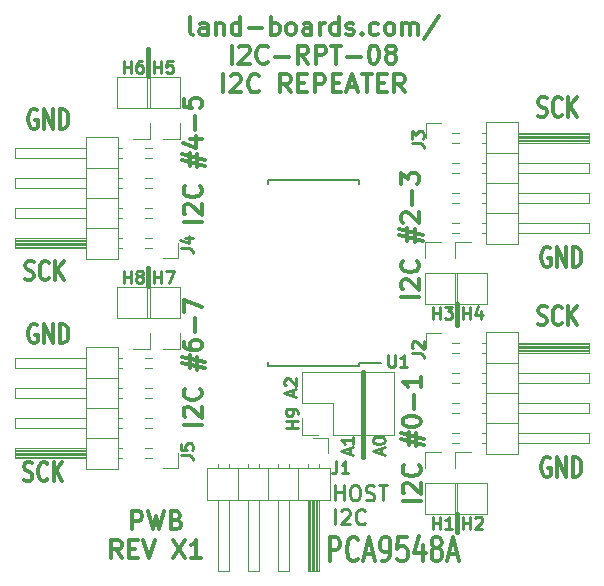
<source format=gbr>
G04 #@! TF.FileFunction,Legend,Top*
%FSLAX46Y46*%
G04 Gerber Fmt 4.6, Leading zero omitted, Abs format (unit mm)*
G04 Created by KiCad (PCBNEW (after 2015-mar-04 BZR unknown)-product) date 1/17/2017 1:07:12 PM*
%MOMM*%
G01*
G04 APERTURE LIST*
%ADD10C,0.150000*%
%ADD11C,0.381000*%
%ADD12C,0.254000*%
%ADD13C,0.304800*%
%ADD14C,0.120000*%
G04 APERTURE END LIST*
D10*
D11*
X192532000Y-106172000D02*
X192532000Y-107950000D01*
X192532000Y-123952000D02*
X192532000Y-125476000D01*
X166370000Y-104648000D02*
X166370000Y-103124000D01*
X166370000Y-86868000D02*
X166370000Y-84582000D01*
X184505600Y-111887000D02*
X184505600Y-119126000D01*
D12*
X183430333Y-118835714D02*
X183430333Y-118351905D01*
X183720619Y-118932476D02*
X182704619Y-118593809D01*
X183720619Y-118255143D01*
X183720619Y-117384286D02*
X183720619Y-117964857D01*
X183720619Y-117674571D02*
X182704619Y-117674571D01*
X182849762Y-117771333D01*
X182946524Y-117868095D01*
X182994905Y-117964857D01*
X178604333Y-113882714D02*
X178604333Y-113398905D01*
X178894619Y-113979476D02*
X177878619Y-113640809D01*
X178894619Y-113302143D01*
X177975381Y-113011857D02*
X177927000Y-112963476D01*
X177878619Y-112866714D01*
X177878619Y-112624810D01*
X177927000Y-112528048D01*
X177975381Y-112479667D01*
X178072143Y-112431286D01*
X178168905Y-112431286D01*
X178314048Y-112479667D01*
X178894619Y-113060238D01*
X178894619Y-112431286D01*
X186097333Y-118835714D02*
X186097333Y-118351905D01*
X186387619Y-118932476D02*
X185371619Y-118593809D01*
X186387619Y-118255143D01*
X185371619Y-117722952D02*
X185371619Y-117626191D01*
X185420000Y-117529429D01*
X185468381Y-117481048D01*
X185565143Y-117432667D01*
X185758667Y-117384286D01*
X186000571Y-117384286D01*
X186194095Y-117432667D01*
X186290857Y-117481048D01*
X186339238Y-117529429D01*
X186387619Y-117626191D01*
X186387619Y-117722952D01*
X186339238Y-117819714D01*
X186290857Y-117868095D01*
X186194095Y-117916476D01*
X186000571Y-117964857D01*
X185758667Y-117964857D01*
X185565143Y-117916476D01*
X185468381Y-117868095D01*
X185420000Y-117819714D01*
X185371619Y-117722952D01*
D13*
X155816905Y-121064262D02*
X155998333Y-121142881D01*
X156300714Y-121142881D01*
X156421667Y-121064262D01*
X156482143Y-120985643D01*
X156542619Y-120828405D01*
X156542619Y-120671167D01*
X156482143Y-120513929D01*
X156421667Y-120435310D01*
X156300714Y-120356690D01*
X156058810Y-120278071D01*
X155937857Y-120199452D01*
X155877381Y-120120833D01*
X155816905Y-119963595D01*
X155816905Y-119806357D01*
X155877381Y-119649119D01*
X155937857Y-119570500D01*
X156058810Y-119491881D01*
X156361190Y-119491881D01*
X156542619Y-119570500D01*
X157812619Y-120985643D02*
X157752143Y-121064262D01*
X157570714Y-121142881D01*
X157449762Y-121142881D01*
X157268334Y-121064262D01*
X157147381Y-120907024D01*
X157086905Y-120749786D01*
X157026429Y-120435310D01*
X157026429Y-120199452D01*
X157086905Y-119884976D01*
X157147381Y-119727738D01*
X157268334Y-119570500D01*
X157449762Y-119491881D01*
X157570714Y-119491881D01*
X157752143Y-119570500D01*
X157812619Y-119649119D01*
X158356905Y-121142881D02*
X158356905Y-119491881D01*
X159082619Y-121142881D02*
X158538334Y-120199452D01*
X159082619Y-119491881D02*
X158356905Y-120435310D01*
X155943905Y-104046262D02*
X156125333Y-104124881D01*
X156427714Y-104124881D01*
X156548667Y-104046262D01*
X156609143Y-103967643D01*
X156669619Y-103810405D01*
X156669619Y-103653167D01*
X156609143Y-103495929D01*
X156548667Y-103417310D01*
X156427714Y-103338690D01*
X156185810Y-103260071D01*
X156064857Y-103181452D01*
X156004381Y-103102833D01*
X155943905Y-102945595D01*
X155943905Y-102788357D01*
X156004381Y-102631119D01*
X156064857Y-102552500D01*
X156185810Y-102473881D01*
X156488190Y-102473881D01*
X156669619Y-102552500D01*
X157939619Y-103967643D02*
X157879143Y-104046262D01*
X157697714Y-104124881D01*
X157576762Y-104124881D01*
X157395334Y-104046262D01*
X157274381Y-103889024D01*
X157213905Y-103731786D01*
X157153429Y-103417310D01*
X157153429Y-103181452D01*
X157213905Y-102866976D01*
X157274381Y-102709738D01*
X157395334Y-102552500D01*
X157576762Y-102473881D01*
X157697714Y-102473881D01*
X157879143Y-102552500D01*
X157939619Y-102631119D01*
X158483905Y-104124881D02*
X158483905Y-102473881D01*
X159209619Y-104124881D02*
X158665334Y-103181452D01*
X159209619Y-102473881D02*
X158483905Y-103417310D01*
X199377905Y-90203262D02*
X199559333Y-90281881D01*
X199861714Y-90281881D01*
X199982667Y-90203262D01*
X200043143Y-90124643D01*
X200103619Y-89967405D01*
X200103619Y-89810167D01*
X200043143Y-89652929D01*
X199982667Y-89574310D01*
X199861714Y-89495690D01*
X199619810Y-89417071D01*
X199498857Y-89338452D01*
X199438381Y-89259833D01*
X199377905Y-89102595D01*
X199377905Y-88945357D01*
X199438381Y-88788119D01*
X199498857Y-88709500D01*
X199619810Y-88630881D01*
X199922190Y-88630881D01*
X200103619Y-88709500D01*
X201373619Y-90124643D02*
X201313143Y-90203262D01*
X201131714Y-90281881D01*
X201010762Y-90281881D01*
X200829334Y-90203262D01*
X200708381Y-90046024D01*
X200647905Y-89888786D01*
X200587429Y-89574310D01*
X200587429Y-89338452D01*
X200647905Y-89023976D01*
X200708381Y-88866738D01*
X200829334Y-88709500D01*
X201010762Y-88630881D01*
X201131714Y-88630881D01*
X201313143Y-88709500D01*
X201373619Y-88788119D01*
X201917905Y-90281881D02*
X201917905Y-88630881D01*
X202643619Y-90281881D02*
X202099334Y-89338452D01*
X202643619Y-88630881D02*
X201917905Y-89574310D01*
X199377905Y-107856262D02*
X199559333Y-107934881D01*
X199861714Y-107934881D01*
X199982667Y-107856262D01*
X200043143Y-107777643D01*
X200103619Y-107620405D01*
X200103619Y-107463167D01*
X200043143Y-107305929D01*
X199982667Y-107227310D01*
X199861714Y-107148690D01*
X199619810Y-107070071D01*
X199498857Y-106991452D01*
X199438381Y-106912833D01*
X199377905Y-106755595D01*
X199377905Y-106598357D01*
X199438381Y-106441119D01*
X199498857Y-106362500D01*
X199619810Y-106283881D01*
X199922190Y-106283881D01*
X200103619Y-106362500D01*
X201373619Y-107777643D02*
X201313143Y-107856262D01*
X201131714Y-107934881D01*
X201010762Y-107934881D01*
X200829334Y-107856262D01*
X200708381Y-107699024D01*
X200647905Y-107541786D01*
X200587429Y-107227310D01*
X200587429Y-106991452D01*
X200647905Y-106676976D01*
X200708381Y-106519738D01*
X200829334Y-106362500D01*
X201010762Y-106283881D01*
X201131714Y-106283881D01*
X201313143Y-106362500D01*
X201373619Y-106441119D01*
X201917905Y-107934881D02*
X201917905Y-106283881D01*
X202643619Y-107934881D02*
X202099334Y-106991452D01*
X202643619Y-106283881D02*
X201917905Y-107227310D01*
X200357619Y-101409500D02*
X200236667Y-101330881D01*
X200055238Y-101330881D01*
X199873810Y-101409500D01*
X199752857Y-101566738D01*
X199692381Y-101723976D01*
X199631905Y-102038452D01*
X199631905Y-102274310D01*
X199692381Y-102588786D01*
X199752857Y-102746024D01*
X199873810Y-102903262D01*
X200055238Y-102981881D01*
X200176190Y-102981881D01*
X200357619Y-102903262D01*
X200418095Y-102824643D01*
X200418095Y-102274310D01*
X200176190Y-102274310D01*
X200962381Y-102981881D02*
X200962381Y-101330881D01*
X201688095Y-102981881D01*
X201688095Y-101330881D01*
X202292857Y-102981881D02*
X202292857Y-101330881D01*
X202595238Y-101330881D01*
X202776666Y-101409500D01*
X202897619Y-101566738D01*
X202958095Y-101723976D01*
X203018571Y-102038452D01*
X203018571Y-102274310D01*
X202958095Y-102588786D01*
X202897619Y-102746024D01*
X202776666Y-102903262D01*
X202595238Y-102981881D01*
X202292857Y-102981881D01*
X200357619Y-119189500D02*
X200236667Y-119110881D01*
X200055238Y-119110881D01*
X199873810Y-119189500D01*
X199752857Y-119346738D01*
X199692381Y-119503976D01*
X199631905Y-119818452D01*
X199631905Y-120054310D01*
X199692381Y-120368786D01*
X199752857Y-120526024D01*
X199873810Y-120683262D01*
X200055238Y-120761881D01*
X200176190Y-120761881D01*
X200357619Y-120683262D01*
X200418095Y-120604643D01*
X200418095Y-120054310D01*
X200176190Y-120054310D01*
X200962381Y-120761881D02*
X200962381Y-119110881D01*
X201688095Y-120761881D01*
X201688095Y-119110881D01*
X202292857Y-120761881D02*
X202292857Y-119110881D01*
X202595238Y-119110881D01*
X202776666Y-119189500D01*
X202897619Y-119346738D01*
X202958095Y-119503976D01*
X203018571Y-119818452D01*
X203018571Y-120054310D01*
X202958095Y-120368786D01*
X202897619Y-120526024D01*
X202776666Y-120683262D01*
X202595238Y-120761881D01*
X202292857Y-120761881D01*
X156923619Y-107886500D02*
X156802667Y-107807881D01*
X156621238Y-107807881D01*
X156439810Y-107886500D01*
X156318857Y-108043738D01*
X156258381Y-108200976D01*
X156197905Y-108515452D01*
X156197905Y-108751310D01*
X156258381Y-109065786D01*
X156318857Y-109223024D01*
X156439810Y-109380262D01*
X156621238Y-109458881D01*
X156742190Y-109458881D01*
X156923619Y-109380262D01*
X156984095Y-109301643D01*
X156984095Y-108751310D01*
X156742190Y-108751310D01*
X157528381Y-109458881D02*
X157528381Y-107807881D01*
X158254095Y-109458881D01*
X158254095Y-107807881D01*
X158858857Y-109458881D02*
X158858857Y-107807881D01*
X159161238Y-107807881D01*
X159342666Y-107886500D01*
X159463619Y-108043738D01*
X159524095Y-108200976D01*
X159584571Y-108515452D01*
X159584571Y-108751310D01*
X159524095Y-109065786D01*
X159463619Y-109223024D01*
X159342666Y-109380262D01*
X159161238Y-109458881D01*
X158858857Y-109458881D01*
X156923619Y-89725500D02*
X156802667Y-89646881D01*
X156621238Y-89646881D01*
X156439810Y-89725500D01*
X156318857Y-89882738D01*
X156258381Y-90039976D01*
X156197905Y-90354452D01*
X156197905Y-90590310D01*
X156258381Y-90904786D01*
X156318857Y-91062024D01*
X156439810Y-91219262D01*
X156621238Y-91297881D01*
X156742190Y-91297881D01*
X156923619Y-91219262D01*
X156984095Y-91140643D01*
X156984095Y-90590310D01*
X156742190Y-90590310D01*
X157528381Y-91297881D02*
X157528381Y-89646881D01*
X158254095Y-91297881D01*
X158254095Y-89646881D01*
X158858857Y-91297881D02*
X158858857Y-89646881D01*
X159161238Y-89646881D01*
X159342666Y-89725500D01*
X159463619Y-89882738D01*
X159524095Y-90039976D01*
X159584571Y-90354452D01*
X159584571Y-90590310D01*
X159524095Y-90904786D01*
X159463619Y-91062024D01*
X159342666Y-91219262D01*
X159161238Y-91297881D01*
X158858857Y-91297881D01*
X181700713Y-127919238D02*
X181700713Y-125887238D01*
X182281285Y-125887238D01*
X182426427Y-125984000D01*
X182498999Y-126080762D01*
X182571570Y-126274286D01*
X182571570Y-126564571D01*
X182498999Y-126758095D01*
X182426427Y-126854857D01*
X182281285Y-126951619D01*
X181700713Y-126951619D01*
X184095570Y-127725714D02*
X184022999Y-127822476D01*
X183805285Y-127919238D01*
X183660142Y-127919238D01*
X183442427Y-127822476D01*
X183297285Y-127628952D01*
X183224713Y-127435429D01*
X183152142Y-127048381D01*
X183152142Y-126758095D01*
X183224713Y-126371048D01*
X183297285Y-126177524D01*
X183442427Y-125984000D01*
X183660142Y-125887238D01*
X183805285Y-125887238D01*
X184022999Y-125984000D01*
X184095570Y-126080762D01*
X184676142Y-127338667D02*
X185401856Y-127338667D01*
X184530999Y-127919238D02*
X185038999Y-125887238D01*
X185546999Y-127919238D01*
X186127571Y-127919238D02*
X186417856Y-127919238D01*
X186562999Y-127822476D01*
X186635571Y-127725714D01*
X186780713Y-127435429D01*
X186853285Y-127048381D01*
X186853285Y-126274286D01*
X186780713Y-126080762D01*
X186708142Y-125984000D01*
X186562999Y-125887238D01*
X186272713Y-125887238D01*
X186127571Y-125984000D01*
X186054999Y-126080762D01*
X185982428Y-126274286D01*
X185982428Y-126758095D01*
X186054999Y-126951619D01*
X186127571Y-127048381D01*
X186272713Y-127145143D01*
X186562999Y-127145143D01*
X186708142Y-127048381D01*
X186780713Y-126951619D01*
X186853285Y-126758095D01*
X188232142Y-125887238D02*
X187506428Y-125887238D01*
X187433857Y-126854857D01*
X187506428Y-126758095D01*
X187651571Y-126661333D01*
X188014428Y-126661333D01*
X188159571Y-126758095D01*
X188232142Y-126854857D01*
X188304714Y-127048381D01*
X188304714Y-127532190D01*
X188232142Y-127725714D01*
X188159571Y-127822476D01*
X188014428Y-127919238D01*
X187651571Y-127919238D01*
X187506428Y-127822476D01*
X187433857Y-127725714D01*
X189611000Y-126564571D02*
X189611000Y-127919238D01*
X189248143Y-125790476D02*
X188885286Y-127241905D01*
X189828714Y-127241905D01*
X190627000Y-126758095D02*
X190481858Y-126661333D01*
X190409286Y-126564571D01*
X190336715Y-126371048D01*
X190336715Y-126274286D01*
X190409286Y-126080762D01*
X190481858Y-125984000D01*
X190627000Y-125887238D01*
X190917286Y-125887238D01*
X191062429Y-125984000D01*
X191135000Y-126080762D01*
X191207572Y-126274286D01*
X191207572Y-126371048D01*
X191135000Y-126564571D01*
X191062429Y-126661333D01*
X190917286Y-126758095D01*
X190627000Y-126758095D01*
X190481858Y-126854857D01*
X190409286Y-126951619D01*
X190336715Y-127145143D01*
X190336715Y-127532190D01*
X190409286Y-127725714D01*
X190481858Y-127822476D01*
X190627000Y-127919238D01*
X190917286Y-127919238D01*
X191062429Y-127822476D01*
X191135000Y-127725714D01*
X191207572Y-127532190D01*
X191207572Y-127145143D01*
X191135000Y-126951619D01*
X191062429Y-126854857D01*
X190917286Y-126758095D01*
X191788144Y-127338667D02*
X192513858Y-127338667D01*
X191643001Y-127919238D02*
X192151001Y-125887238D01*
X192659001Y-127919238D01*
X189411429Y-122827143D02*
X187887429Y-122827143D01*
X188032571Y-122174000D02*
X187960000Y-122101429D01*
X187887429Y-121956286D01*
X187887429Y-121593429D01*
X187960000Y-121448286D01*
X188032571Y-121375715D01*
X188177714Y-121303143D01*
X188322857Y-121303143D01*
X188540571Y-121375715D01*
X189411429Y-122246572D01*
X189411429Y-121303143D01*
X189266286Y-119779143D02*
X189338857Y-119851714D01*
X189411429Y-120069428D01*
X189411429Y-120214571D01*
X189338857Y-120432286D01*
X189193714Y-120577428D01*
X189048571Y-120650000D01*
X188758286Y-120722571D01*
X188540571Y-120722571D01*
X188250286Y-120650000D01*
X188105143Y-120577428D01*
X187960000Y-120432286D01*
X187887429Y-120214571D01*
X187887429Y-120069428D01*
X187960000Y-119851714D01*
X188032571Y-119779143D01*
X188395429Y-118037428D02*
X188395429Y-116948857D01*
X187742286Y-117602000D02*
X189701714Y-118037428D01*
X189048571Y-117094000D02*
X189048571Y-118182571D01*
X189701714Y-117529428D02*
X187742286Y-117094000D01*
X187887429Y-116150571D02*
X187887429Y-116005428D01*
X187960000Y-115860285D01*
X188032571Y-115787714D01*
X188177714Y-115715143D01*
X188468000Y-115642571D01*
X188830857Y-115642571D01*
X189121143Y-115715143D01*
X189266286Y-115787714D01*
X189338857Y-115860285D01*
X189411429Y-116005428D01*
X189411429Y-116150571D01*
X189338857Y-116295714D01*
X189266286Y-116368285D01*
X189121143Y-116440857D01*
X188830857Y-116513428D01*
X188468000Y-116513428D01*
X188177714Y-116440857D01*
X188032571Y-116368285D01*
X187960000Y-116295714D01*
X187887429Y-116150571D01*
X188830857Y-114989428D02*
X188830857Y-113828285D01*
X189411429Y-112304285D02*
X189411429Y-113175142D01*
X189411429Y-112739714D02*
X187887429Y-112739714D01*
X188105143Y-112884857D01*
X188250286Y-113029999D01*
X188322857Y-113175142D01*
X189284429Y-105555143D02*
X187760429Y-105555143D01*
X187905571Y-104902000D02*
X187833000Y-104829429D01*
X187760429Y-104684286D01*
X187760429Y-104321429D01*
X187833000Y-104176286D01*
X187905571Y-104103715D01*
X188050714Y-104031143D01*
X188195857Y-104031143D01*
X188413571Y-104103715D01*
X189284429Y-104974572D01*
X189284429Y-104031143D01*
X189139286Y-102507143D02*
X189211857Y-102579714D01*
X189284429Y-102797428D01*
X189284429Y-102942571D01*
X189211857Y-103160286D01*
X189066714Y-103305428D01*
X188921571Y-103378000D01*
X188631286Y-103450571D01*
X188413571Y-103450571D01*
X188123286Y-103378000D01*
X187978143Y-103305428D01*
X187833000Y-103160286D01*
X187760429Y-102942571D01*
X187760429Y-102797428D01*
X187833000Y-102579714D01*
X187905571Y-102507143D01*
X188268429Y-100765428D02*
X188268429Y-99676857D01*
X187615286Y-100330000D02*
X189574714Y-100765428D01*
X188921571Y-99822000D02*
X188921571Y-100910571D01*
X189574714Y-100257428D02*
X187615286Y-99822000D01*
X187905571Y-99241428D02*
X187833000Y-99168857D01*
X187760429Y-99023714D01*
X187760429Y-98660857D01*
X187833000Y-98515714D01*
X187905571Y-98443143D01*
X188050714Y-98370571D01*
X188195857Y-98370571D01*
X188413571Y-98443143D01*
X189284429Y-99314000D01*
X189284429Y-98370571D01*
X188703857Y-97717428D02*
X188703857Y-96556285D01*
X187760429Y-95975714D02*
X187760429Y-95032285D01*
X188341000Y-95540285D01*
X188341000Y-95322571D01*
X188413571Y-95177428D01*
X188486143Y-95104857D01*
X188631286Y-95032285D01*
X188994143Y-95032285D01*
X189139286Y-95104857D01*
X189211857Y-95177428D01*
X189284429Y-95322571D01*
X189284429Y-95757999D01*
X189211857Y-95903142D01*
X189139286Y-95975714D01*
X170869429Y-99205143D02*
X169345429Y-99205143D01*
X169490571Y-98552000D02*
X169418000Y-98479429D01*
X169345429Y-98334286D01*
X169345429Y-97971429D01*
X169418000Y-97826286D01*
X169490571Y-97753715D01*
X169635714Y-97681143D01*
X169780857Y-97681143D01*
X169998571Y-97753715D01*
X170869429Y-98624572D01*
X170869429Y-97681143D01*
X170724286Y-96157143D02*
X170796857Y-96229714D01*
X170869429Y-96447428D01*
X170869429Y-96592571D01*
X170796857Y-96810286D01*
X170651714Y-96955428D01*
X170506571Y-97028000D01*
X170216286Y-97100571D01*
X169998571Y-97100571D01*
X169708286Y-97028000D01*
X169563143Y-96955428D01*
X169418000Y-96810286D01*
X169345429Y-96592571D01*
X169345429Y-96447428D01*
X169418000Y-96229714D01*
X169490571Y-96157143D01*
X169853429Y-94415428D02*
X169853429Y-93326857D01*
X169200286Y-93980000D02*
X171159714Y-94415428D01*
X170506571Y-93472000D02*
X170506571Y-94560571D01*
X171159714Y-93907428D02*
X169200286Y-93472000D01*
X169853429Y-92165714D02*
X170869429Y-92165714D01*
X169272857Y-92528571D02*
X170361429Y-92891428D01*
X170361429Y-91948000D01*
X170288857Y-91367428D02*
X170288857Y-90206285D01*
X169345429Y-88754857D02*
X169345429Y-89480571D01*
X170071143Y-89553142D01*
X169998571Y-89480571D01*
X169926000Y-89335428D01*
X169926000Y-88972571D01*
X169998571Y-88827428D01*
X170071143Y-88754857D01*
X170216286Y-88682285D01*
X170579143Y-88682285D01*
X170724286Y-88754857D01*
X170796857Y-88827428D01*
X170869429Y-88972571D01*
X170869429Y-89335428D01*
X170796857Y-89480571D01*
X170724286Y-89553142D01*
D12*
X182166381Y-122748524D02*
X182166381Y-121478524D01*
X182166381Y-122083286D02*
X182892095Y-122083286D01*
X182892095Y-122748524D02*
X182892095Y-121478524D01*
X183738762Y-121478524D02*
X183980666Y-121478524D01*
X184101619Y-121539000D01*
X184222571Y-121659952D01*
X184283047Y-121901857D01*
X184283047Y-122325190D01*
X184222571Y-122567095D01*
X184101619Y-122688048D01*
X183980666Y-122748524D01*
X183738762Y-122748524D01*
X183617809Y-122688048D01*
X183496857Y-122567095D01*
X183436381Y-122325190D01*
X183436381Y-121901857D01*
X183496857Y-121659952D01*
X183617809Y-121539000D01*
X183738762Y-121478524D01*
X184766857Y-122688048D02*
X184948285Y-122748524D01*
X185250666Y-122748524D01*
X185371619Y-122688048D01*
X185432095Y-122627571D01*
X185492571Y-122506619D01*
X185492571Y-122385667D01*
X185432095Y-122264714D01*
X185371619Y-122204238D01*
X185250666Y-122143762D01*
X185008762Y-122083286D01*
X184887809Y-122022810D01*
X184827333Y-121962333D01*
X184766857Y-121841381D01*
X184766857Y-121720429D01*
X184827333Y-121599476D01*
X184887809Y-121539000D01*
X185008762Y-121478524D01*
X185311142Y-121478524D01*
X185492571Y-121539000D01*
X185855428Y-121478524D02*
X186581143Y-121478524D01*
X186218286Y-122748524D02*
X186218286Y-121478524D01*
X182166381Y-124780524D02*
X182166381Y-123510524D01*
X182710667Y-123631476D02*
X182771143Y-123571000D01*
X182892095Y-123510524D01*
X183194476Y-123510524D01*
X183315429Y-123571000D01*
X183375905Y-123631476D01*
X183436381Y-123752429D01*
X183436381Y-123873381D01*
X183375905Y-124054810D01*
X182650191Y-124780524D01*
X183436381Y-124780524D01*
X184706381Y-124659571D02*
X184645905Y-124720048D01*
X184464476Y-124780524D01*
X184343524Y-124780524D01*
X184162096Y-124720048D01*
X184041143Y-124599095D01*
X183980667Y-124478143D01*
X183920191Y-124236238D01*
X183920191Y-124054810D01*
X183980667Y-123812905D01*
X184041143Y-123691952D01*
X184162096Y-123571000D01*
X184343524Y-123510524D01*
X184464476Y-123510524D01*
X184645905Y-123571000D01*
X184706381Y-123631476D01*
D13*
X170869429Y-116350143D02*
X169345429Y-116350143D01*
X169490571Y-115697000D02*
X169418000Y-115624429D01*
X169345429Y-115479286D01*
X169345429Y-115116429D01*
X169418000Y-114971286D01*
X169490571Y-114898715D01*
X169635714Y-114826143D01*
X169780857Y-114826143D01*
X169998571Y-114898715D01*
X170869429Y-115769572D01*
X170869429Y-114826143D01*
X170724286Y-113302143D02*
X170796857Y-113374714D01*
X170869429Y-113592428D01*
X170869429Y-113737571D01*
X170796857Y-113955286D01*
X170651714Y-114100428D01*
X170506571Y-114173000D01*
X170216286Y-114245571D01*
X169998571Y-114245571D01*
X169708286Y-114173000D01*
X169563143Y-114100428D01*
X169418000Y-113955286D01*
X169345429Y-113737571D01*
X169345429Y-113592428D01*
X169418000Y-113374714D01*
X169490571Y-113302143D01*
X169853429Y-111560428D02*
X169853429Y-110471857D01*
X169200286Y-111125000D02*
X171159714Y-111560428D01*
X170506571Y-110617000D02*
X170506571Y-111705571D01*
X171159714Y-111052428D02*
X169200286Y-110617000D01*
X169345429Y-109310714D02*
X169345429Y-109601000D01*
X169418000Y-109746143D01*
X169490571Y-109818714D01*
X169708286Y-109963857D01*
X169998571Y-110036428D01*
X170579143Y-110036428D01*
X170724286Y-109963857D01*
X170796857Y-109891285D01*
X170869429Y-109746143D01*
X170869429Y-109455857D01*
X170796857Y-109310714D01*
X170724286Y-109238143D01*
X170579143Y-109165571D01*
X170216286Y-109165571D01*
X170071143Y-109238143D01*
X169998571Y-109310714D01*
X169926000Y-109455857D01*
X169926000Y-109746143D01*
X169998571Y-109891285D01*
X170071143Y-109963857D01*
X170216286Y-110036428D01*
X170288857Y-108512428D02*
X170288857Y-107351285D01*
X169345429Y-106770714D02*
X169345429Y-105754714D01*
X170869429Y-106407857D01*
X170143715Y-83341029D02*
X169998573Y-83268457D01*
X169926001Y-83123314D01*
X169926001Y-81817029D01*
X171377430Y-83341029D02*
X171377430Y-82542743D01*
X171304859Y-82397600D01*
X171159716Y-82325029D01*
X170869430Y-82325029D01*
X170724287Y-82397600D01*
X171377430Y-83268457D02*
X171232287Y-83341029D01*
X170869430Y-83341029D01*
X170724287Y-83268457D01*
X170651716Y-83123314D01*
X170651716Y-82978171D01*
X170724287Y-82833029D01*
X170869430Y-82760457D01*
X171232287Y-82760457D01*
X171377430Y-82687886D01*
X172103144Y-82325029D02*
X172103144Y-83341029D01*
X172103144Y-82470171D02*
X172175716Y-82397600D01*
X172320858Y-82325029D01*
X172538573Y-82325029D01*
X172683716Y-82397600D01*
X172756287Y-82542743D01*
X172756287Y-83341029D01*
X174135144Y-83341029D02*
X174135144Y-81817029D01*
X174135144Y-83268457D02*
X173990001Y-83341029D01*
X173699715Y-83341029D01*
X173554573Y-83268457D01*
X173482001Y-83195886D01*
X173409430Y-83050743D01*
X173409430Y-82615314D01*
X173482001Y-82470171D01*
X173554573Y-82397600D01*
X173699715Y-82325029D01*
X173990001Y-82325029D01*
X174135144Y-82397600D01*
X174860858Y-82760457D02*
X176022001Y-82760457D01*
X176747715Y-83341029D02*
X176747715Y-81817029D01*
X176747715Y-82397600D02*
X176892858Y-82325029D01*
X177183144Y-82325029D01*
X177328287Y-82397600D01*
X177400858Y-82470171D01*
X177473429Y-82615314D01*
X177473429Y-83050743D01*
X177400858Y-83195886D01*
X177328287Y-83268457D01*
X177183144Y-83341029D01*
X176892858Y-83341029D01*
X176747715Y-83268457D01*
X178344286Y-83341029D02*
X178199144Y-83268457D01*
X178126572Y-83195886D01*
X178054001Y-83050743D01*
X178054001Y-82615314D01*
X178126572Y-82470171D01*
X178199144Y-82397600D01*
X178344286Y-82325029D01*
X178562001Y-82325029D01*
X178707144Y-82397600D01*
X178779715Y-82470171D01*
X178852286Y-82615314D01*
X178852286Y-83050743D01*
X178779715Y-83195886D01*
X178707144Y-83268457D01*
X178562001Y-83341029D01*
X178344286Y-83341029D01*
X180158572Y-83341029D02*
X180158572Y-82542743D01*
X180086001Y-82397600D01*
X179940858Y-82325029D01*
X179650572Y-82325029D01*
X179505429Y-82397600D01*
X180158572Y-83268457D02*
X180013429Y-83341029D01*
X179650572Y-83341029D01*
X179505429Y-83268457D01*
X179432858Y-83123314D01*
X179432858Y-82978171D01*
X179505429Y-82833029D01*
X179650572Y-82760457D01*
X180013429Y-82760457D01*
X180158572Y-82687886D01*
X180884286Y-83341029D02*
X180884286Y-82325029D01*
X180884286Y-82615314D02*
X180956858Y-82470171D01*
X181029429Y-82397600D01*
X181174572Y-82325029D01*
X181319715Y-82325029D01*
X182480858Y-83341029D02*
X182480858Y-81817029D01*
X182480858Y-83268457D02*
X182335715Y-83341029D01*
X182045429Y-83341029D01*
X181900287Y-83268457D01*
X181827715Y-83195886D01*
X181755144Y-83050743D01*
X181755144Y-82615314D01*
X181827715Y-82470171D01*
X181900287Y-82397600D01*
X182045429Y-82325029D01*
X182335715Y-82325029D01*
X182480858Y-82397600D01*
X183134001Y-83268457D02*
X183279144Y-83341029D01*
X183569429Y-83341029D01*
X183714572Y-83268457D01*
X183787144Y-83123314D01*
X183787144Y-83050743D01*
X183714572Y-82905600D01*
X183569429Y-82833029D01*
X183351715Y-82833029D01*
X183206572Y-82760457D01*
X183134001Y-82615314D01*
X183134001Y-82542743D01*
X183206572Y-82397600D01*
X183351715Y-82325029D01*
X183569429Y-82325029D01*
X183714572Y-82397600D01*
X184440286Y-83195886D02*
X184512858Y-83268457D01*
X184440286Y-83341029D01*
X184367715Y-83268457D01*
X184440286Y-83195886D01*
X184440286Y-83341029D01*
X185819143Y-83268457D02*
X185674000Y-83341029D01*
X185383714Y-83341029D01*
X185238572Y-83268457D01*
X185166000Y-83195886D01*
X185093429Y-83050743D01*
X185093429Y-82615314D01*
X185166000Y-82470171D01*
X185238572Y-82397600D01*
X185383714Y-82325029D01*
X185674000Y-82325029D01*
X185819143Y-82397600D01*
X186690000Y-83341029D02*
X186544858Y-83268457D01*
X186472286Y-83195886D01*
X186399715Y-83050743D01*
X186399715Y-82615314D01*
X186472286Y-82470171D01*
X186544858Y-82397600D01*
X186690000Y-82325029D01*
X186907715Y-82325029D01*
X187052858Y-82397600D01*
X187125429Y-82470171D01*
X187198000Y-82615314D01*
X187198000Y-83050743D01*
X187125429Y-83195886D01*
X187052858Y-83268457D01*
X186907715Y-83341029D01*
X186690000Y-83341029D01*
X187851143Y-83341029D02*
X187851143Y-82325029D01*
X187851143Y-82470171D02*
X187923715Y-82397600D01*
X188068857Y-82325029D01*
X188286572Y-82325029D01*
X188431715Y-82397600D01*
X188504286Y-82542743D01*
X188504286Y-83341029D01*
X188504286Y-82542743D02*
X188576857Y-82397600D01*
X188722000Y-82325029D01*
X188939715Y-82325029D01*
X189084857Y-82397600D01*
X189157429Y-82542743D01*
X189157429Y-83341029D01*
X190971715Y-81744457D02*
X189665429Y-83703886D01*
X173409428Y-85779429D02*
X173409428Y-84255429D01*
X174062571Y-84400571D02*
X174135142Y-84328000D01*
X174280285Y-84255429D01*
X174643142Y-84255429D01*
X174788285Y-84328000D01*
X174860856Y-84400571D01*
X174933428Y-84545714D01*
X174933428Y-84690857D01*
X174860856Y-84908571D01*
X173989999Y-85779429D01*
X174933428Y-85779429D01*
X176457428Y-85634286D02*
X176384857Y-85706857D01*
X176167143Y-85779429D01*
X176022000Y-85779429D01*
X175804285Y-85706857D01*
X175659143Y-85561714D01*
X175586571Y-85416571D01*
X175514000Y-85126286D01*
X175514000Y-84908571D01*
X175586571Y-84618286D01*
X175659143Y-84473143D01*
X175804285Y-84328000D01*
X176022000Y-84255429D01*
X176167143Y-84255429D01*
X176384857Y-84328000D01*
X176457428Y-84400571D01*
X177110571Y-85198857D02*
X178271714Y-85198857D01*
X179868285Y-85779429D02*
X179360285Y-85053714D01*
X178997428Y-85779429D02*
X178997428Y-84255429D01*
X179578000Y-84255429D01*
X179723142Y-84328000D01*
X179795714Y-84400571D01*
X179868285Y-84545714D01*
X179868285Y-84763429D01*
X179795714Y-84908571D01*
X179723142Y-84981143D01*
X179578000Y-85053714D01*
X178997428Y-85053714D01*
X180521428Y-85779429D02*
X180521428Y-84255429D01*
X181102000Y-84255429D01*
X181247142Y-84328000D01*
X181319714Y-84400571D01*
X181392285Y-84545714D01*
X181392285Y-84763429D01*
X181319714Y-84908571D01*
X181247142Y-84981143D01*
X181102000Y-85053714D01*
X180521428Y-85053714D01*
X181827714Y-84255429D02*
X182698571Y-84255429D01*
X182263142Y-85779429D02*
X182263142Y-84255429D01*
X183206571Y-85198857D02*
X184367714Y-85198857D01*
X185383714Y-84255429D02*
X185528857Y-84255429D01*
X185674000Y-84328000D01*
X185746571Y-84400571D01*
X185819142Y-84545714D01*
X185891714Y-84836000D01*
X185891714Y-85198857D01*
X185819142Y-85489143D01*
X185746571Y-85634286D01*
X185674000Y-85706857D01*
X185528857Y-85779429D01*
X185383714Y-85779429D01*
X185238571Y-85706857D01*
X185166000Y-85634286D01*
X185093428Y-85489143D01*
X185020857Y-85198857D01*
X185020857Y-84836000D01*
X185093428Y-84545714D01*
X185166000Y-84400571D01*
X185238571Y-84328000D01*
X185383714Y-84255429D01*
X186762571Y-84908571D02*
X186617429Y-84836000D01*
X186544857Y-84763429D01*
X186472286Y-84618286D01*
X186472286Y-84545714D01*
X186544857Y-84400571D01*
X186617429Y-84328000D01*
X186762571Y-84255429D01*
X187052857Y-84255429D01*
X187198000Y-84328000D01*
X187270571Y-84400571D01*
X187343143Y-84545714D01*
X187343143Y-84618286D01*
X187270571Y-84763429D01*
X187198000Y-84836000D01*
X187052857Y-84908571D01*
X186762571Y-84908571D01*
X186617429Y-84981143D01*
X186544857Y-85053714D01*
X186472286Y-85198857D01*
X186472286Y-85489143D01*
X186544857Y-85634286D01*
X186617429Y-85706857D01*
X186762571Y-85779429D01*
X187052857Y-85779429D01*
X187198000Y-85706857D01*
X187270571Y-85634286D01*
X187343143Y-85489143D01*
X187343143Y-85198857D01*
X187270571Y-85053714D01*
X187198000Y-84981143D01*
X187052857Y-84908571D01*
X172683714Y-88217829D02*
X172683714Y-86693829D01*
X173336857Y-86838971D02*
X173409428Y-86766400D01*
X173554571Y-86693829D01*
X173917428Y-86693829D01*
X174062571Y-86766400D01*
X174135142Y-86838971D01*
X174207714Y-86984114D01*
X174207714Y-87129257D01*
X174135142Y-87346971D01*
X173264285Y-88217829D01*
X174207714Y-88217829D01*
X175731714Y-88072686D02*
X175659143Y-88145257D01*
X175441429Y-88217829D01*
X175296286Y-88217829D01*
X175078571Y-88145257D01*
X174933429Y-88000114D01*
X174860857Y-87854971D01*
X174788286Y-87564686D01*
X174788286Y-87346971D01*
X174860857Y-87056686D01*
X174933429Y-86911543D01*
X175078571Y-86766400D01*
X175296286Y-86693829D01*
X175441429Y-86693829D01*
X175659143Y-86766400D01*
X175731714Y-86838971D01*
X178416857Y-88217829D02*
X177908857Y-87492114D01*
X177546000Y-88217829D02*
X177546000Y-86693829D01*
X178126572Y-86693829D01*
X178271714Y-86766400D01*
X178344286Y-86838971D01*
X178416857Y-86984114D01*
X178416857Y-87201829D01*
X178344286Y-87346971D01*
X178271714Y-87419543D01*
X178126572Y-87492114D01*
X177546000Y-87492114D01*
X179070000Y-87419543D02*
X179578000Y-87419543D01*
X179795714Y-88217829D02*
X179070000Y-88217829D01*
X179070000Y-86693829D01*
X179795714Y-86693829D01*
X180448857Y-88217829D02*
X180448857Y-86693829D01*
X181029429Y-86693829D01*
X181174571Y-86766400D01*
X181247143Y-86838971D01*
X181319714Y-86984114D01*
X181319714Y-87201829D01*
X181247143Y-87346971D01*
X181174571Y-87419543D01*
X181029429Y-87492114D01*
X180448857Y-87492114D01*
X181972857Y-87419543D02*
X182480857Y-87419543D01*
X182698571Y-88217829D02*
X181972857Y-88217829D01*
X181972857Y-86693829D01*
X182698571Y-86693829D01*
X183279143Y-87782400D02*
X184004857Y-87782400D01*
X183134000Y-88217829D02*
X183642000Y-86693829D01*
X184150000Y-88217829D01*
X184440286Y-86693829D02*
X185311143Y-86693829D01*
X184875714Y-88217829D02*
X184875714Y-86693829D01*
X185819143Y-87419543D02*
X186327143Y-87419543D01*
X186544857Y-88217829D02*
X185819143Y-88217829D01*
X185819143Y-86693829D01*
X186544857Y-86693829D01*
X188068857Y-88217829D02*
X187560857Y-87492114D01*
X187198000Y-88217829D02*
X187198000Y-86693829D01*
X187778572Y-86693829D01*
X187923714Y-86766400D01*
X187996286Y-86838971D01*
X188068857Y-86984114D01*
X188068857Y-87201829D01*
X187996286Y-87346971D01*
X187923714Y-87419543D01*
X187778572Y-87492114D01*
X187198000Y-87492114D01*
X164973000Y-125200229D02*
X164973000Y-123676229D01*
X165553572Y-123676229D01*
X165698714Y-123748800D01*
X165771286Y-123821371D01*
X165843857Y-123966514D01*
X165843857Y-124184229D01*
X165771286Y-124329371D01*
X165698714Y-124401943D01*
X165553572Y-124474514D01*
X164973000Y-124474514D01*
X166351857Y-123676229D02*
X166714714Y-125200229D01*
X167005000Y-124111657D01*
X167295286Y-125200229D01*
X167658143Y-123676229D01*
X168746714Y-124401943D02*
X168964428Y-124474514D01*
X169037000Y-124547086D01*
X169109571Y-124692229D01*
X169109571Y-124909943D01*
X169037000Y-125055086D01*
X168964428Y-125127657D01*
X168819286Y-125200229D01*
X168238714Y-125200229D01*
X168238714Y-123676229D01*
X168746714Y-123676229D01*
X168891857Y-123748800D01*
X168964428Y-123821371D01*
X169037000Y-123966514D01*
X169037000Y-124111657D01*
X168964428Y-124256800D01*
X168891857Y-124329371D01*
X168746714Y-124401943D01*
X168238714Y-124401943D01*
X164102142Y-127638629D02*
X163594142Y-126912914D01*
X163231285Y-127638629D02*
X163231285Y-126114629D01*
X163811857Y-126114629D01*
X163956999Y-126187200D01*
X164029571Y-126259771D01*
X164102142Y-126404914D01*
X164102142Y-126622629D01*
X164029571Y-126767771D01*
X163956999Y-126840343D01*
X163811857Y-126912914D01*
X163231285Y-126912914D01*
X164755285Y-126840343D02*
X165263285Y-126840343D01*
X165480999Y-127638629D02*
X164755285Y-127638629D01*
X164755285Y-126114629D01*
X165480999Y-126114629D01*
X165916428Y-126114629D02*
X166424428Y-127638629D01*
X166932428Y-126114629D01*
X168456428Y-126114629D02*
X169472428Y-127638629D01*
X169472428Y-126114629D02*
X168456428Y-127638629D01*
X170851286Y-127638629D02*
X169980429Y-127638629D01*
X170415857Y-127638629D02*
X170415857Y-126114629D01*
X170270714Y-126332343D01*
X170125572Y-126477486D01*
X169980429Y-126550057D01*
D14*
X181730000Y-120025000D02*
X179070000Y-120025000D01*
X179070000Y-120025000D02*
X179070000Y-122765000D01*
X179070000Y-122765000D02*
X181730000Y-122765000D01*
X181730000Y-122765000D02*
X181730000Y-120025000D01*
X180780000Y-122765000D02*
X179900000Y-122765000D01*
X179900000Y-122765000D02*
X179900000Y-128765000D01*
X179900000Y-128765000D02*
X180780000Y-128765000D01*
X180780000Y-128765000D02*
X180780000Y-122765000D01*
X180780000Y-119715000D02*
X180780000Y-120025000D01*
X179900000Y-119715000D02*
X179900000Y-120025000D01*
X180660000Y-122765000D02*
X180660000Y-128765000D01*
X180540000Y-122765000D02*
X180540000Y-128765000D01*
X180420000Y-122765000D02*
X180420000Y-128765000D01*
X180300000Y-122765000D02*
X180300000Y-128765000D01*
X180180000Y-122765000D02*
X180180000Y-128765000D01*
X180060000Y-122765000D02*
X180060000Y-128765000D01*
X179940000Y-122765000D02*
X179940000Y-128765000D01*
X179070000Y-120025000D02*
X176530000Y-120025000D01*
X176530000Y-120025000D02*
X176530000Y-122765000D01*
X176530000Y-122765000D02*
X179070000Y-122765000D01*
X179070000Y-122765000D02*
X179070000Y-120025000D01*
X178240000Y-122765000D02*
X177360000Y-122765000D01*
X177360000Y-122765000D02*
X177360000Y-128765000D01*
X177360000Y-128765000D02*
X178240000Y-128765000D01*
X178240000Y-128765000D02*
X178240000Y-122765000D01*
X178240000Y-119715000D02*
X178240000Y-120025000D01*
X177360000Y-119715000D02*
X177360000Y-120025000D01*
X176530000Y-120025000D02*
X173990000Y-120025000D01*
X173990000Y-120025000D02*
X173990000Y-122765000D01*
X173990000Y-122765000D02*
X176530000Y-122765000D01*
X176530000Y-122765000D02*
X176530000Y-120025000D01*
X175700000Y-122765000D02*
X174820000Y-122765000D01*
X174820000Y-122765000D02*
X174820000Y-128765000D01*
X174820000Y-128765000D02*
X175700000Y-128765000D01*
X175700000Y-128765000D02*
X175700000Y-122765000D01*
X175700000Y-119715000D02*
X175700000Y-120025000D01*
X174820000Y-119715000D02*
X174820000Y-120025000D01*
X173990000Y-120025000D02*
X171330000Y-120025000D01*
X171330000Y-120025000D02*
X171330000Y-122765000D01*
X171330000Y-122765000D02*
X173990000Y-122765000D01*
X173990000Y-122765000D02*
X173990000Y-120025000D01*
X173160000Y-122765000D02*
X172280000Y-122765000D01*
X172280000Y-122765000D02*
X172280000Y-128765000D01*
X172280000Y-128765000D02*
X173160000Y-128765000D01*
X173160000Y-128765000D02*
X173160000Y-122765000D01*
X173160000Y-119715000D02*
X173160000Y-120025000D01*
X172280000Y-119715000D02*
X172280000Y-120025000D01*
X180340000Y-117475000D02*
X181610000Y-117475000D01*
X181610000Y-117475000D02*
X181610000Y-118745000D01*
X194955000Y-108465000D02*
X194955000Y-111125000D01*
X194955000Y-111125000D02*
X197695000Y-111125000D01*
X197695000Y-111125000D02*
X197695000Y-108465000D01*
X197695000Y-108465000D02*
X194955000Y-108465000D01*
X197695000Y-109415000D02*
X197695000Y-110295000D01*
X197695000Y-110295000D02*
X203695000Y-110295000D01*
X203695000Y-110295000D02*
X203695000Y-109415000D01*
X203695000Y-109415000D02*
X197695000Y-109415000D01*
X194645000Y-109415000D02*
X194955000Y-109415000D01*
X194645000Y-110295000D02*
X194955000Y-110295000D01*
X192105000Y-109415000D02*
X192705000Y-109415000D01*
X192105000Y-110295000D02*
X192705000Y-110295000D01*
X197695000Y-109535000D02*
X203695000Y-109535000D01*
X197695000Y-109655000D02*
X203695000Y-109655000D01*
X197695000Y-109775000D02*
X203695000Y-109775000D01*
X197695000Y-109895000D02*
X203695000Y-109895000D01*
X197695000Y-110015000D02*
X203695000Y-110015000D01*
X197695000Y-110135000D02*
X203695000Y-110135000D01*
X197695000Y-110255000D02*
X203695000Y-110255000D01*
X194955000Y-111125000D02*
X194955000Y-113665000D01*
X194955000Y-113665000D02*
X197695000Y-113665000D01*
X197695000Y-113665000D02*
X197695000Y-111125000D01*
X197695000Y-111125000D02*
X194955000Y-111125000D01*
X197695000Y-111955000D02*
X197695000Y-112835000D01*
X197695000Y-112835000D02*
X203695000Y-112835000D01*
X203695000Y-112835000D02*
X203695000Y-111955000D01*
X203695000Y-111955000D02*
X197695000Y-111955000D01*
X194645000Y-111955000D02*
X194955000Y-111955000D01*
X194645000Y-112835000D02*
X194955000Y-112835000D01*
X192105000Y-111955000D02*
X192705000Y-111955000D01*
X192105000Y-112835000D02*
X192705000Y-112835000D01*
X194955000Y-113665000D02*
X194955000Y-116205000D01*
X194955000Y-116205000D02*
X197695000Y-116205000D01*
X197695000Y-116205000D02*
X197695000Y-113665000D01*
X197695000Y-113665000D02*
X194955000Y-113665000D01*
X197695000Y-114495000D02*
X197695000Y-115375000D01*
X197695000Y-115375000D02*
X203695000Y-115375000D01*
X203695000Y-115375000D02*
X203695000Y-114495000D01*
X203695000Y-114495000D02*
X197695000Y-114495000D01*
X194645000Y-114495000D02*
X194955000Y-114495000D01*
X194645000Y-115375000D02*
X194955000Y-115375000D01*
X192105000Y-114495000D02*
X192705000Y-114495000D01*
X192105000Y-115375000D02*
X192705000Y-115375000D01*
X194955000Y-116205000D02*
X194955000Y-118865000D01*
X194955000Y-118865000D02*
X197695000Y-118865000D01*
X197695000Y-118865000D02*
X197695000Y-116205000D01*
X197695000Y-116205000D02*
X194955000Y-116205000D01*
X197695000Y-117035000D02*
X197695000Y-117915000D01*
X197695000Y-117915000D02*
X203695000Y-117915000D01*
X203695000Y-117915000D02*
X203695000Y-117035000D01*
X203695000Y-117035000D02*
X197695000Y-117035000D01*
X194645000Y-117035000D02*
X194955000Y-117035000D01*
X194645000Y-117915000D02*
X194955000Y-117915000D01*
X192105000Y-117035000D02*
X192705000Y-117035000D01*
X192105000Y-117915000D02*
X192705000Y-117915000D01*
X189865000Y-109855000D02*
X189865000Y-108585000D01*
X189865000Y-108585000D02*
X191135000Y-108585000D01*
X194955000Y-90685000D02*
X194955000Y-93345000D01*
X194955000Y-93345000D02*
X197695000Y-93345000D01*
X197695000Y-93345000D02*
X197695000Y-90685000D01*
X197695000Y-90685000D02*
X194955000Y-90685000D01*
X197695000Y-91635000D02*
X197695000Y-92515000D01*
X197695000Y-92515000D02*
X203695000Y-92515000D01*
X203695000Y-92515000D02*
X203695000Y-91635000D01*
X203695000Y-91635000D02*
X197695000Y-91635000D01*
X194645000Y-91635000D02*
X194955000Y-91635000D01*
X194645000Y-92515000D02*
X194955000Y-92515000D01*
X192105000Y-91635000D02*
X192705000Y-91635000D01*
X192105000Y-92515000D02*
X192705000Y-92515000D01*
X197695000Y-91755000D02*
X203695000Y-91755000D01*
X197695000Y-91875000D02*
X203695000Y-91875000D01*
X197695000Y-91995000D02*
X203695000Y-91995000D01*
X197695000Y-92115000D02*
X203695000Y-92115000D01*
X197695000Y-92235000D02*
X203695000Y-92235000D01*
X197695000Y-92355000D02*
X203695000Y-92355000D01*
X197695000Y-92475000D02*
X203695000Y-92475000D01*
X194955000Y-93345000D02*
X194955000Y-95885000D01*
X194955000Y-95885000D02*
X197695000Y-95885000D01*
X197695000Y-95885000D02*
X197695000Y-93345000D01*
X197695000Y-93345000D02*
X194955000Y-93345000D01*
X197695000Y-94175000D02*
X197695000Y-95055000D01*
X197695000Y-95055000D02*
X203695000Y-95055000D01*
X203695000Y-95055000D02*
X203695000Y-94175000D01*
X203695000Y-94175000D02*
X197695000Y-94175000D01*
X194645000Y-94175000D02*
X194955000Y-94175000D01*
X194645000Y-95055000D02*
X194955000Y-95055000D01*
X192105000Y-94175000D02*
X192705000Y-94175000D01*
X192105000Y-95055000D02*
X192705000Y-95055000D01*
X194955000Y-95885000D02*
X194955000Y-98425000D01*
X194955000Y-98425000D02*
X197695000Y-98425000D01*
X197695000Y-98425000D02*
X197695000Y-95885000D01*
X197695000Y-95885000D02*
X194955000Y-95885000D01*
X197695000Y-96715000D02*
X197695000Y-97595000D01*
X197695000Y-97595000D02*
X203695000Y-97595000D01*
X203695000Y-97595000D02*
X203695000Y-96715000D01*
X203695000Y-96715000D02*
X197695000Y-96715000D01*
X194645000Y-96715000D02*
X194955000Y-96715000D01*
X194645000Y-97595000D02*
X194955000Y-97595000D01*
X192105000Y-96715000D02*
X192705000Y-96715000D01*
X192105000Y-97595000D02*
X192705000Y-97595000D01*
X194955000Y-98425000D02*
X194955000Y-101085000D01*
X194955000Y-101085000D02*
X197695000Y-101085000D01*
X197695000Y-101085000D02*
X197695000Y-98425000D01*
X197695000Y-98425000D02*
X194955000Y-98425000D01*
X197695000Y-99255000D02*
X197695000Y-100135000D01*
X197695000Y-100135000D02*
X203695000Y-100135000D01*
X203695000Y-100135000D02*
X203695000Y-99255000D01*
X203695000Y-99255000D02*
X197695000Y-99255000D01*
X194645000Y-99255000D02*
X194955000Y-99255000D01*
X194645000Y-100135000D02*
X194955000Y-100135000D01*
X192105000Y-99255000D02*
X192705000Y-99255000D01*
X192105000Y-100135000D02*
X192705000Y-100135000D01*
X189865000Y-92075000D02*
X189865000Y-90805000D01*
X189865000Y-90805000D02*
X191135000Y-90805000D01*
X163820000Y-102355000D02*
X163820000Y-99695000D01*
X163820000Y-99695000D02*
X161080000Y-99695000D01*
X161080000Y-99695000D02*
X161080000Y-102355000D01*
X161080000Y-102355000D02*
X163820000Y-102355000D01*
X161080000Y-101405000D02*
X161080000Y-100525000D01*
X161080000Y-100525000D02*
X155080000Y-100525000D01*
X155080000Y-100525000D02*
X155080000Y-101405000D01*
X155080000Y-101405000D02*
X161080000Y-101405000D01*
X164130000Y-101405000D02*
X163820000Y-101405000D01*
X164130000Y-100525000D02*
X163820000Y-100525000D01*
X166670000Y-101405000D02*
X166070000Y-101405000D01*
X166670000Y-100525000D02*
X166070000Y-100525000D01*
X161080000Y-101285000D02*
X155080000Y-101285000D01*
X161080000Y-101165000D02*
X155080000Y-101165000D01*
X161080000Y-101045000D02*
X155080000Y-101045000D01*
X161080000Y-100925000D02*
X155080000Y-100925000D01*
X161080000Y-100805000D02*
X155080000Y-100805000D01*
X161080000Y-100685000D02*
X155080000Y-100685000D01*
X161080000Y-100565000D02*
X155080000Y-100565000D01*
X163820000Y-99695000D02*
X163820000Y-97155000D01*
X163820000Y-97155000D02*
X161080000Y-97155000D01*
X161080000Y-97155000D02*
X161080000Y-99695000D01*
X161080000Y-99695000D02*
X163820000Y-99695000D01*
X161080000Y-98865000D02*
X161080000Y-97985000D01*
X161080000Y-97985000D02*
X155080000Y-97985000D01*
X155080000Y-97985000D02*
X155080000Y-98865000D01*
X155080000Y-98865000D02*
X161080000Y-98865000D01*
X164130000Y-98865000D02*
X163820000Y-98865000D01*
X164130000Y-97985000D02*
X163820000Y-97985000D01*
X166670000Y-98865000D02*
X166070000Y-98865000D01*
X166670000Y-97985000D02*
X166070000Y-97985000D01*
X163820000Y-97155000D02*
X163820000Y-94615000D01*
X163820000Y-94615000D02*
X161080000Y-94615000D01*
X161080000Y-94615000D02*
X161080000Y-97155000D01*
X161080000Y-97155000D02*
X163820000Y-97155000D01*
X161080000Y-96325000D02*
X161080000Y-95445000D01*
X161080000Y-95445000D02*
X155080000Y-95445000D01*
X155080000Y-95445000D02*
X155080000Y-96325000D01*
X155080000Y-96325000D02*
X161080000Y-96325000D01*
X164130000Y-96325000D02*
X163820000Y-96325000D01*
X164130000Y-95445000D02*
X163820000Y-95445000D01*
X166670000Y-96325000D02*
X166070000Y-96325000D01*
X166670000Y-95445000D02*
X166070000Y-95445000D01*
X163820000Y-94615000D02*
X163820000Y-91955000D01*
X163820000Y-91955000D02*
X161080000Y-91955000D01*
X161080000Y-91955000D02*
X161080000Y-94615000D01*
X161080000Y-94615000D02*
X163820000Y-94615000D01*
X161080000Y-93785000D02*
X161080000Y-92905000D01*
X161080000Y-92905000D02*
X155080000Y-92905000D01*
X155080000Y-92905000D02*
X155080000Y-93785000D01*
X155080000Y-93785000D02*
X161080000Y-93785000D01*
X164130000Y-93785000D02*
X163820000Y-93785000D01*
X164130000Y-92905000D02*
X163820000Y-92905000D01*
X166670000Y-93785000D02*
X166070000Y-93785000D01*
X166670000Y-92905000D02*
X166070000Y-92905000D01*
X168910000Y-100965000D02*
X168910000Y-102235000D01*
X168910000Y-102235000D02*
X167640000Y-102235000D01*
X163820000Y-120135000D02*
X163820000Y-117475000D01*
X163820000Y-117475000D02*
X161080000Y-117475000D01*
X161080000Y-117475000D02*
X161080000Y-120135000D01*
X161080000Y-120135000D02*
X163820000Y-120135000D01*
X161080000Y-119185000D02*
X161080000Y-118305000D01*
X161080000Y-118305000D02*
X155080000Y-118305000D01*
X155080000Y-118305000D02*
X155080000Y-119185000D01*
X155080000Y-119185000D02*
X161080000Y-119185000D01*
X164130000Y-119185000D02*
X163820000Y-119185000D01*
X164130000Y-118305000D02*
X163820000Y-118305000D01*
X166670000Y-119185000D02*
X166070000Y-119185000D01*
X166670000Y-118305000D02*
X166070000Y-118305000D01*
X161080000Y-119065000D02*
X155080000Y-119065000D01*
X161080000Y-118945000D02*
X155080000Y-118945000D01*
X161080000Y-118825000D02*
X155080000Y-118825000D01*
X161080000Y-118705000D02*
X155080000Y-118705000D01*
X161080000Y-118585000D02*
X155080000Y-118585000D01*
X161080000Y-118465000D02*
X155080000Y-118465000D01*
X161080000Y-118345000D02*
X155080000Y-118345000D01*
X163820000Y-117475000D02*
X163820000Y-114935000D01*
X163820000Y-114935000D02*
X161080000Y-114935000D01*
X161080000Y-114935000D02*
X161080000Y-117475000D01*
X161080000Y-117475000D02*
X163820000Y-117475000D01*
X161080000Y-116645000D02*
X161080000Y-115765000D01*
X161080000Y-115765000D02*
X155080000Y-115765000D01*
X155080000Y-115765000D02*
X155080000Y-116645000D01*
X155080000Y-116645000D02*
X161080000Y-116645000D01*
X164130000Y-116645000D02*
X163820000Y-116645000D01*
X164130000Y-115765000D02*
X163820000Y-115765000D01*
X166670000Y-116645000D02*
X166070000Y-116645000D01*
X166670000Y-115765000D02*
X166070000Y-115765000D01*
X163820000Y-114935000D02*
X163820000Y-112395000D01*
X163820000Y-112395000D02*
X161080000Y-112395000D01*
X161080000Y-112395000D02*
X161080000Y-114935000D01*
X161080000Y-114935000D02*
X163820000Y-114935000D01*
X161080000Y-114105000D02*
X161080000Y-113225000D01*
X161080000Y-113225000D02*
X155080000Y-113225000D01*
X155080000Y-113225000D02*
X155080000Y-114105000D01*
X155080000Y-114105000D02*
X161080000Y-114105000D01*
X164130000Y-114105000D02*
X163820000Y-114105000D01*
X164130000Y-113225000D02*
X163820000Y-113225000D01*
X166670000Y-114105000D02*
X166070000Y-114105000D01*
X166670000Y-113225000D02*
X166070000Y-113225000D01*
X163820000Y-112395000D02*
X163820000Y-109735000D01*
X163820000Y-109735000D02*
X161080000Y-109735000D01*
X161080000Y-109735000D02*
X161080000Y-112395000D01*
X161080000Y-112395000D02*
X163820000Y-112395000D01*
X161080000Y-111565000D02*
X161080000Y-110685000D01*
X161080000Y-110685000D02*
X155080000Y-110685000D01*
X155080000Y-110685000D02*
X155080000Y-111565000D01*
X155080000Y-111565000D02*
X161080000Y-111565000D01*
X164130000Y-111565000D02*
X163820000Y-111565000D01*
X164130000Y-110685000D02*
X163820000Y-110685000D01*
X166670000Y-111565000D02*
X166070000Y-111565000D01*
X166670000Y-110685000D02*
X166070000Y-110685000D01*
X168910000Y-118745000D02*
X168910000Y-120015000D01*
X168910000Y-120015000D02*
X167640000Y-120015000D01*
X189745000Y-121285000D02*
X189745000Y-123945000D01*
X189745000Y-123945000D02*
X192525000Y-123945000D01*
X192525000Y-123945000D02*
X192525000Y-121285000D01*
X192525000Y-121285000D02*
X189745000Y-121285000D01*
X189745000Y-120015000D02*
X189745000Y-118625000D01*
X189745000Y-118625000D02*
X191135000Y-118625000D01*
X192285000Y-121285000D02*
X192285000Y-123945000D01*
X192285000Y-123945000D02*
X195065000Y-123945000D01*
X195065000Y-123945000D02*
X195065000Y-121285000D01*
X195065000Y-121285000D02*
X192285000Y-121285000D01*
X192285000Y-120015000D02*
X192285000Y-118625000D01*
X192285000Y-118625000D02*
X193675000Y-118625000D01*
X189745000Y-103505000D02*
X189745000Y-106165000D01*
X189745000Y-106165000D02*
X192525000Y-106165000D01*
X192525000Y-106165000D02*
X192525000Y-103505000D01*
X192525000Y-103505000D02*
X189745000Y-103505000D01*
X189745000Y-102235000D02*
X189745000Y-100845000D01*
X189745000Y-100845000D02*
X191135000Y-100845000D01*
X192285000Y-103505000D02*
X192285000Y-106165000D01*
X192285000Y-106165000D02*
X195065000Y-106165000D01*
X195065000Y-106165000D02*
X195065000Y-103505000D01*
X195065000Y-103505000D02*
X192285000Y-103505000D01*
X192285000Y-102235000D02*
X192285000Y-100845000D01*
X192285000Y-100845000D02*
X193675000Y-100845000D01*
X169030000Y-89535000D02*
X169030000Y-86875000D01*
X169030000Y-86875000D02*
X166250000Y-86875000D01*
X166250000Y-86875000D02*
X166250000Y-89535000D01*
X166250000Y-89535000D02*
X169030000Y-89535000D01*
X169030000Y-90805000D02*
X169030000Y-92195000D01*
X169030000Y-92195000D02*
X167640000Y-92195000D01*
X166490000Y-89535000D02*
X166490000Y-86875000D01*
X166490000Y-86875000D02*
X163710000Y-86875000D01*
X163710000Y-86875000D02*
X163710000Y-89535000D01*
X163710000Y-89535000D02*
X166490000Y-89535000D01*
X166490000Y-90805000D02*
X166490000Y-92195000D01*
X166490000Y-92195000D02*
X165100000Y-92195000D01*
X169030000Y-107315000D02*
X169030000Y-104655000D01*
X169030000Y-104655000D02*
X166250000Y-104655000D01*
X166250000Y-104655000D02*
X166250000Y-107315000D01*
X166250000Y-107315000D02*
X169030000Y-107315000D01*
X169030000Y-108585000D02*
X169030000Y-109975000D01*
X169030000Y-109975000D02*
X167640000Y-109975000D01*
X166490000Y-107315000D02*
X166490000Y-104655000D01*
X166490000Y-104655000D02*
X163710000Y-104655000D01*
X163710000Y-104655000D02*
X163710000Y-107315000D01*
X163710000Y-107315000D02*
X166490000Y-107315000D01*
X166490000Y-108585000D02*
X166490000Y-109975000D01*
X166490000Y-109975000D02*
X165100000Y-109975000D01*
D10*
X184215000Y-111380000D02*
X184215000Y-111105000D01*
X176465000Y-111380000D02*
X176465000Y-111015000D01*
X176465000Y-95630000D02*
X176465000Y-95995000D01*
X184215000Y-95630000D02*
X184215000Y-95995000D01*
X184215000Y-111380000D02*
X176465000Y-111380000D01*
X184215000Y-95630000D02*
X176465000Y-95630000D01*
X184215000Y-111105000D02*
X186040000Y-111105000D01*
D14*
X181991000Y-117214000D02*
X187191000Y-117214000D01*
X187191000Y-117214000D02*
X187191000Y-111894000D01*
X187191000Y-111894000D02*
X179331000Y-111894000D01*
X179331000Y-111894000D02*
X179331000Y-114554000D01*
X179331000Y-114554000D02*
X181991000Y-114554000D01*
X181991000Y-114554000D02*
X181991000Y-117214000D01*
X180721000Y-117214000D02*
X179331000Y-117214000D01*
X179331000Y-117214000D02*
X179331000Y-115824000D01*
D12*
X182287333Y-119458619D02*
X182287333Y-120184333D01*
X182238953Y-120329476D01*
X182142191Y-120426238D01*
X181997048Y-120474619D01*
X181900286Y-120474619D01*
X183303333Y-120474619D02*
X182722762Y-120474619D01*
X183013048Y-120474619D02*
X183013048Y-119458619D01*
X182916286Y-119603762D01*
X182819524Y-119700524D01*
X182722762Y-119748905D01*
X188673619Y-110320667D02*
X189399333Y-110320667D01*
X189544476Y-110369047D01*
X189641238Y-110465809D01*
X189689619Y-110610952D01*
X189689619Y-110707714D01*
X188770381Y-109885238D02*
X188722000Y-109836857D01*
X188673619Y-109740095D01*
X188673619Y-109498191D01*
X188722000Y-109401429D01*
X188770381Y-109353048D01*
X188867143Y-109304667D01*
X188963905Y-109304667D01*
X189109048Y-109353048D01*
X189689619Y-109933619D01*
X189689619Y-109304667D01*
X188673619Y-92540667D02*
X189399333Y-92540667D01*
X189544476Y-92589047D01*
X189641238Y-92685809D01*
X189689619Y-92830952D01*
X189689619Y-92927714D01*
X188673619Y-92153619D02*
X188673619Y-91524667D01*
X189060667Y-91863333D01*
X189060667Y-91718191D01*
X189109048Y-91621429D01*
X189157429Y-91573048D01*
X189254190Y-91524667D01*
X189496095Y-91524667D01*
X189592857Y-91573048D01*
X189641238Y-91621429D01*
X189689619Y-91718191D01*
X189689619Y-92008476D01*
X189641238Y-92105238D01*
X189592857Y-92153619D01*
X169115619Y-101430667D02*
X169841333Y-101430667D01*
X169986476Y-101479047D01*
X170083238Y-101575809D01*
X170131619Y-101720952D01*
X170131619Y-101817714D01*
X169454286Y-100511429D02*
X170131619Y-100511429D01*
X169067238Y-100753333D02*
X169792952Y-100995238D01*
X169792952Y-100366286D01*
X169115619Y-118956667D02*
X169841333Y-118956667D01*
X169986476Y-119005047D01*
X170083238Y-119101809D01*
X170131619Y-119246952D01*
X170131619Y-119343714D01*
X169115619Y-117989048D02*
X169115619Y-118472857D01*
X169599429Y-118521238D01*
X169551048Y-118472857D01*
X169502667Y-118376095D01*
X169502667Y-118134191D01*
X169551048Y-118037429D01*
X169599429Y-117989048D01*
X169696190Y-117940667D01*
X169938095Y-117940667D01*
X170034857Y-117989048D01*
X170083238Y-118037429D01*
X170131619Y-118134191D01*
X170131619Y-118376095D01*
X170083238Y-118472857D01*
X170034857Y-118521238D01*
X190487905Y-125173619D02*
X190487905Y-124157619D01*
X190487905Y-124641429D02*
X191068476Y-124641429D01*
X191068476Y-125173619D02*
X191068476Y-124157619D01*
X192084476Y-125173619D02*
X191503905Y-125173619D01*
X191794191Y-125173619D02*
X191794191Y-124157619D01*
X191697429Y-124302762D01*
X191600667Y-124399524D01*
X191503905Y-124447905D01*
X193027905Y-125173619D02*
X193027905Y-124157619D01*
X193027905Y-124641429D02*
X193608476Y-124641429D01*
X193608476Y-125173619D02*
X193608476Y-124157619D01*
X194043905Y-124254381D02*
X194092286Y-124206000D01*
X194189048Y-124157619D01*
X194430952Y-124157619D01*
X194527714Y-124206000D01*
X194576095Y-124254381D01*
X194624476Y-124351143D01*
X194624476Y-124447905D01*
X194576095Y-124593048D01*
X193995524Y-125173619D01*
X194624476Y-125173619D01*
X190487905Y-107393619D02*
X190487905Y-106377619D01*
X190487905Y-106861429D02*
X191068476Y-106861429D01*
X191068476Y-107393619D02*
X191068476Y-106377619D01*
X191455524Y-106377619D02*
X192084476Y-106377619D01*
X191745810Y-106764667D01*
X191890952Y-106764667D01*
X191987714Y-106813048D01*
X192036095Y-106861429D01*
X192084476Y-106958190D01*
X192084476Y-107200095D01*
X192036095Y-107296857D01*
X191987714Y-107345238D01*
X191890952Y-107393619D01*
X191600667Y-107393619D01*
X191503905Y-107345238D01*
X191455524Y-107296857D01*
X193027905Y-107393619D02*
X193027905Y-106377619D01*
X193027905Y-106861429D02*
X193608476Y-106861429D01*
X193608476Y-107393619D02*
X193608476Y-106377619D01*
X194527714Y-106716286D02*
X194527714Y-107393619D01*
X194285810Y-106329238D02*
X194043905Y-107054952D01*
X194672857Y-107054952D01*
X166865905Y-86565619D02*
X166865905Y-85549619D01*
X166865905Y-86033429D02*
X167446476Y-86033429D01*
X167446476Y-86565619D02*
X167446476Y-85549619D01*
X168414095Y-85549619D02*
X167930286Y-85549619D01*
X167881905Y-86033429D01*
X167930286Y-85985048D01*
X168027048Y-85936667D01*
X168268952Y-85936667D01*
X168365714Y-85985048D01*
X168414095Y-86033429D01*
X168462476Y-86130190D01*
X168462476Y-86372095D01*
X168414095Y-86468857D01*
X168365714Y-86517238D01*
X168268952Y-86565619D01*
X168027048Y-86565619D01*
X167930286Y-86517238D01*
X167881905Y-86468857D01*
X164325905Y-86565619D02*
X164325905Y-85549619D01*
X164325905Y-86033429D02*
X164906476Y-86033429D01*
X164906476Y-86565619D02*
X164906476Y-85549619D01*
X165825714Y-85549619D02*
X165632191Y-85549619D01*
X165535429Y-85598000D01*
X165487048Y-85646381D01*
X165390286Y-85791524D01*
X165341905Y-85985048D01*
X165341905Y-86372095D01*
X165390286Y-86468857D01*
X165438667Y-86517238D01*
X165535429Y-86565619D01*
X165728952Y-86565619D01*
X165825714Y-86517238D01*
X165874095Y-86468857D01*
X165922476Y-86372095D01*
X165922476Y-86130190D01*
X165874095Y-86033429D01*
X165825714Y-85985048D01*
X165728952Y-85936667D01*
X165535429Y-85936667D01*
X165438667Y-85985048D01*
X165390286Y-86033429D01*
X165341905Y-86130190D01*
X166865905Y-104345619D02*
X166865905Y-103329619D01*
X166865905Y-103813429D02*
X167446476Y-103813429D01*
X167446476Y-104345619D02*
X167446476Y-103329619D01*
X167833524Y-103329619D02*
X168510857Y-103329619D01*
X168075429Y-104345619D01*
X164325905Y-104345619D02*
X164325905Y-103329619D01*
X164325905Y-103813429D02*
X164906476Y-103813429D01*
X164906476Y-104345619D02*
X164906476Y-103329619D01*
X165535429Y-103765048D02*
X165438667Y-103716667D01*
X165390286Y-103668286D01*
X165341905Y-103571524D01*
X165341905Y-103523143D01*
X165390286Y-103426381D01*
X165438667Y-103378000D01*
X165535429Y-103329619D01*
X165728952Y-103329619D01*
X165825714Y-103378000D01*
X165874095Y-103426381D01*
X165922476Y-103523143D01*
X165922476Y-103571524D01*
X165874095Y-103668286D01*
X165825714Y-103716667D01*
X165728952Y-103765048D01*
X165535429Y-103765048D01*
X165438667Y-103813429D01*
X165390286Y-103861810D01*
X165341905Y-103958571D01*
X165341905Y-104152095D01*
X165390286Y-104248857D01*
X165438667Y-104297238D01*
X165535429Y-104345619D01*
X165728952Y-104345619D01*
X165825714Y-104297238D01*
X165874095Y-104248857D01*
X165922476Y-104152095D01*
X165922476Y-103958571D01*
X165874095Y-103861810D01*
X165825714Y-103813429D01*
X165728952Y-103765048D01*
X186677905Y-110441619D02*
X186677905Y-111264095D01*
X186726286Y-111360857D01*
X186774667Y-111409238D01*
X186871429Y-111457619D01*
X187064952Y-111457619D01*
X187161714Y-111409238D01*
X187210095Y-111360857D01*
X187258476Y-111264095D01*
X187258476Y-110441619D01*
X188274476Y-111457619D02*
X187693905Y-111457619D01*
X187984191Y-111457619D02*
X187984191Y-110441619D01*
X187887429Y-110586762D01*
X187790667Y-110683524D01*
X187693905Y-110731905D01*
X179021619Y-116598095D02*
X178005619Y-116598095D01*
X178489429Y-116598095D02*
X178489429Y-116017524D01*
X179021619Y-116017524D02*
X178005619Y-116017524D01*
X179021619Y-115485333D02*
X179021619Y-115291809D01*
X178973238Y-115195048D01*
X178924857Y-115146667D01*
X178779714Y-115049905D01*
X178586190Y-115001524D01*
X178199143Y-115001524D01*
X178102381Y-115049905D01*
X178054000Y-115098286D01*
X178005619Y-115195048D01*
X178005619Y-115388571D01*
X178054000Y-115485333D01*
X178102381Y-115533714D01*
X178199143Y-115582095D01*
X178441048Y-115582095D01*
X178537810Y-115533714D01*
X178586190Y-115485333D01*
X178634571Y-115388571D01*
X178634571Y-115195048D01*
X178586190Y-115098286D01*
X178537810Y-115049905D01*
X178441048Y-115001524D01*
M02*

</source>
